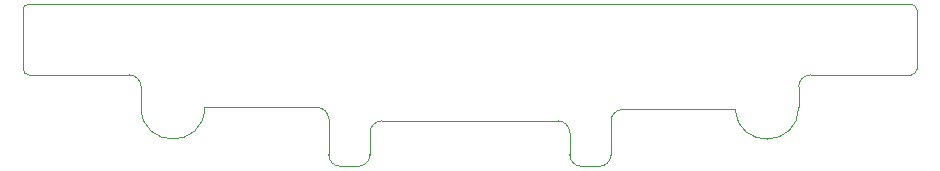
<source format=gm1>
G04 #@! TF.GenerationSoftware,KiCad,Pcbnew,7.0.1*
G04 #@! TF.CreationDate,2024-03-29T16:00:37+01:00*
G04 #@! TF.ProjectId,Qtr-8-SN,5174722d-382d-4534-9e2e-6b696361645f,rev?*
G04 #@! TF.SameCoordinates,Original*
G04 #@! TF.FileFunction,Profile,NP*
%FSLAX46Y46*%
G04 Gerber Fmt 4.6, Leading zero omitted, Abs format (unit mm)*
G04 Created by KiCad (PCBNEW 7.0.1) date 2024-03-29 16:00:37*
%MOMM*%
%LPD*%
G01*
G04 APERTURE LIST*
G04 #@! TA.AperFunction,Profile*
%ADD10C,0.100000*%
G04 #@! TD*
G04 APERTURE END LIST*
D10*
X119880000Y-94740000D02*
X121380000Y-94740000D01*
X153292500Y-89920000D02*
X143790000Y-89920000D01*
X139290000Y-93740000D02*
X139290000Y-91890000D01*
X168671500Y-84000000D02*
X168670000Y-81500000D01*
X118880000Y-93740000D02*
G75*
G03*
X119880000Y-94740000I1000000J0D01*
G01*
X108380000Y-89740000D02*
X117880000Y-89740000D01*
X142779996Y-90927107D02*
X142790000Y-93740000D01*
X93500000Y-87000000D02*
X102000000Y-87000000D01*
X139290000Y-91890000D02*
G75*
G03*
X138290000Y-90890000I-1000000J0D01*
G01*
X168671500Y-84000000D02*
X168670000Y-86500000D01*
X103000000Y-89740000D02*
G75*
G03*
X108380000Y-89740000I2690000J0D01*
G01*
X123380000Y-90890000D02*
G75*
G03*
X122380000Y-91890000I0J-1000000D01*
G01*
X103000000Y-88000000D02*
X103000000Y-89740000D01*
X139290000Y-93740000D02*
G75*
G03*
X140290000Y-94740000I1000000J0D01*
G01*
X93500000Y-81000000D02*
X168170000Y-81000000D01*
X168170000Y-87000000D02*
X159680000Y-87000000D01*
X168170000Y-87000000D02*
G75*
G03*
X168670000Y-86500000I0J500000D01*
G01*
X141790000Y-94740000D02*
G75*
G03*
X142790000Y-93740000I0J1000000D01*
G01*
X168670000Y-81500000D02*
G75*
G03*
X168170000Y-81000000I-500000J0D01*
G01*
X138290000Y-90890000D02*
X123380000Y-90890000D01*
X118880000Y-90740000D02*
X118880000Y-93740000D01*
X93000000Y-81500000D02*
X93000000Y-86500000D01*
X159680000Y-87000000D02*
G75*
G03*
X158680000Y-88000000I0J-1000000D01*
G01*
X141790000Y-94740000D02*
X140290000Y-94740000D01*
X93500000Y-81000000D02*
G75*
G03*
X93000000Y-81500000I0J-500000D01*
G01*
X121380000Y-94740000D02*
G75*
G03*
X122380000Y-93740000I0J1000000D01*
G01*
X118880000Y-90740000D02*
G75*
G03*
X117880000Y-89740000I-1000000J0D01*
G01*
X153292501Y-89920000D02*
G75*
G03*
X158677516Y-89740000I2689499J180000D01*
G01*
X103000000Y-88000000D02*
G75*
G03*
X102000000Y-87000000I-1000000J0D01*
G01*
X143790000Y-89920000D02*
G75*
G03*
X142779996Y-90927107I-2900J-1007100D01*
G01*
X158680000Y-88000000D02*
X158671500Y-89740000D01*
X122380000Y-93740000D02*
X122380000Y-91890000D01*
X93000000Y-86500000D02*
G75*
G03*
X93500000Y-87000000I500000J0D01*
G01*
M02*

</source>
